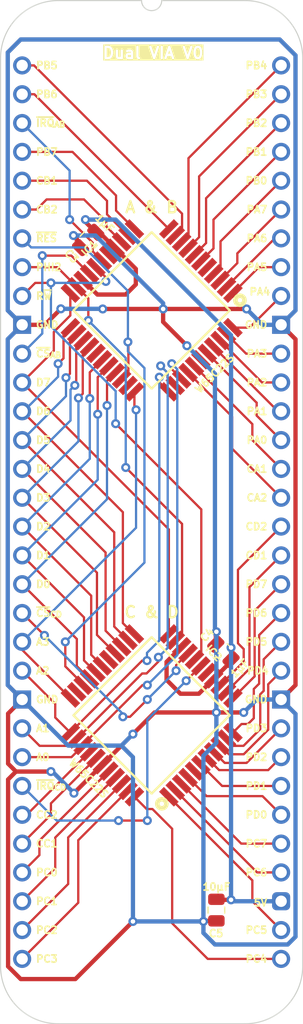
<source format=kicad_pcb>
(kicad_pcb (version 20241229) (generator "pcbnew") (generator_version "9.0")
  (title_block (title "VIA Breakout") (date "2025-02-21") (rev "V0"))
  (layers (0 "F.Cu" signal) (2 "B.Cu" signal) (15 "B.Paste" user) (5 "F.SilkS" user "F.Silkscreen") (7 "B.SilkS" user "B.Silkscreen") (1 "F.Mask" user) (3 "B.Mask" user) (25 "Edge.Cuts" user))
  (net 0 "")
  (net 9 "/5V")
  (net 10 "/GND")
  (net 11 "/PA5")
  (net 12 "/PA6")
  (net 13 "/PA7")
  (net 14 "/PB0")
  (net 15 "/PB1")
  (net 16 "/PB2")
  (net 17 "/PB3")
  (net 18 "/PB4")
  (net 19 "/PB5")
  (net 20 "/PB6")
  (net 21 "/PB7")
  (net 22 "/CB1")
  (net 23 "/CB2")
  (net 24 "/~{IRQ}_{AB}")
  (net 25 "/R~{W}")
  (net 26 "/PHI2")
  (net 27 "/D7")
  (net 28 "/D6")
  (net 29 "/D5")
  (net 30 "/D4")
  (net 31 "/D3")
  (net 32 "/D2")
  (net 33 "/D1")
  (net 34 "/D0")
  (net 35 "/~{Reset}")
  (net 36 "/A3")
  (net 37 "/A2")
  (net 38 "/A1")
  (net 39 "/A0")
  (net 40 "/CA2")
  (net 41 "/CA1")
  (net 42 "/PA0")
  (net 43 "/PA1")
  (net 44 "/PA2")
  (net 45 "/PA3")
  (net 46 "/PA4")
  (net 47 "/PC5")
  (net 48 "/PC6")
  (net 49 "/PC7")
  (net 50 "/PD0")
  (net 51 "/PD1")
  (net 52 "/PD2")
  (net 53 "/PD3")
  (net 54 "/PD4")
  (net 55 "/PD5")
  (net 56 "/PD6")
  (net 57 "/PD7")
  (net 58 "/CD1")
  (net 59 "/CD2")
  (net 60 "/~{IRQ}_{CD}")
  (net 61 "/CC2")
  (net 62 "/CC1")
  (net 63 "/PC0")
  (net 64 "/PC1")
  (net 65 "/PC2")
  (net 66 "/PC3")
  (net 67 "/PC4")
  (net 68 "/Device ~{CS}_{AB}")
  (net 69 "/Device ~{CS}_{CD}")
  (footprint "SamacSys_Parts:QFP80P1320X1320X270-44N" (layer "F.Cu") (at 11.43 57.277 135)
    (property "Reference" "IC2")
    (property "Value" "W65C22S6TQG-14" (hide yes))
  )
  (footprint "SamacSys_Parts:C_0805" (layer "F.Cu") (at 17.145 74.422 180)
    (property "Reference" "C5")
    (property "Value" "10μF")
  )
  (footprint "SamacSys_Parts:DIP-64_Board_W22.86mm" (layer "F.Cu") (at 0 0)
    (property "Reference" "J1" (hide yes))
    (property "Value" "Conn_02x32_Counter_Clockwise")
    (fp_line (start -1.905 -0.635) (end -1.905 79.375) (stroke (width 0.1)) (layer "Edge.Cuts"))
    (fp_line (start 10.541 -5.715) (end 3.175 -5.715) (stroke (width 0.1)) (layer "Edge.Cuts"))
    (fp_line (start 19.685 -5.715) (end 12.319 -5.715) (stroke (width 0.1)) (layer "Edge.Cuts"))
    (fp_line (start 19.685 84.455) (end 3.175 84.455) (stroke (width 0.1)) (layer "Edge.Cuts"))
    (fp_line (start 24.765 79.375) (end 24.765 -0.635) (stroke (width 0.1)) (layer "Edge.Cuts"))
    (fp_arc (start -1.905 -0.635) (mid -0.417102 -4.227102) (end 3.175 -5.715) (stroke (width 0.1)) (layer "Edge.Cuts"))
    (fp_arc (start 3.175 84.455) (mid -0.417102 82.967102) (end -1.905 79.375) (stroke (width 0.1)) (layer "Edge.Cuts"))
    (fp_arc (start 12.319 -5.715) (mid 11.43 -4.826) (end 10.541 -5.715) (stroke (width 0.1)) (layer "Edge.Cuts"))
    (fp_arc (start 19.685 -5.715) (mid 23.277102 -4.227102) (end 24.765 -0.635) (stroke (width 0.1)) (layer "Edge.Cuts"))
    (fp_arc (start 24.765 79.375) (mid 23.277102 82.967102) (end 19.685 84.455) (stroke (width 0.1)) (layer "Edge.Cuts"))
  )
  (footprint "SamacSys_Parts:QFP80P1320X1320X270-44N" (layer "F.Cu") (at 11.43 21.59 -135)
    (property "Reference" "IC1")
    (property "Value" "W65C22S6TQG-14" (hide yes))
  )
  (footprint "SamacSys_Parts:C_0805" (layer "F.Cu") (at 17.78 51.689 45)
    (property "Reference" "C4")
    (property "Value" "1μF")
  )
  (footprint "SamacSys_Parts:C_0805" (layer "F.Cu") (at 5.842 15.367 135)
    (property "Reference" "C3")
    (property "Value" "1μF")
  )
  (footprint "SamacSys_Parts:PinHeader_1x32_P2.54mm_Vertical" (layer "B.Cu") (at 22.86 0 180)
    (property "Reference" "J3" (hide yes))
    (property "Value" "Pin_Header_01x32")
  )
  (footprint "SamacSys_Parts:PinHeader_1x32_P2.54mm_Vertical" (layer "B.Cu") (at 0 0 180)
    (property "Reference" "J2" (hide yes))
    (property "Value" "Pin_Header_01x32")
  )
  (gr_text "PD6" (at 21.717 48.26 0) (layer "F.SilkS") (effects (font (size 0.635 0.635) (thickness 0.15) (bold yes)) (justify right)))
  (gr_text "PC1" (at 1.143 73.66 0) (layer "F.SilkS") (effects (font (size 0.635 0.635) (thickness 0.15) (bold yes)) (justify left)))
  (gr_text "CD1" (at 21.717 43.18 0) (layer "F.SilkS") (effects (font (size 0.635 0.635) (thickness 0.15) (bold yes)) (justify right)))
  (gr_text "CB2" (at 1.143 12.7 0) (layer "F.SilkS") (effects (font (size 0.635 0.635) (thickness 0.15) (bold yes)) (justify left)))
  (gr_text "D4" (at 1.143 35.56 0) (layer "F.SilkS") (effects (font (size 0.635 0.635) (thickness 0.15) (bold yes)) (justify left)))
  (gr_text "CB1" (at 1.143 10.16 0) (layer "F.SilkS") (effects (font (size 0.635 0.635) (thickness 0.15) (bold yes)) (justify left)))
  (gr_text "CC1" (at 1.143 68.58 0) (layer "F.SilkS") (effects (font (size 0.635 0.635) (thickness 0.15) (bold yes)) (justify left)))
  (gr_text "Dual VIA V0" (at 11.557 -0.508 0) (layer "F.SilkS" knockout) (effects (font (size 1 1) (thickness 0.2) (bold yes)) (justify bottom)))
  (gr_text "PA6" (at 21.717 15.24 0) (layer "F.SilkS") (effects (font (size 0.635 0.635) (thickness 0.15) (bold yes)) (justify right)))
  (gr_text "PD1" (at 21.717 63.5 0) (layer "F.SilkS") (effects (font (size 0.635 0.635) (thickness 0.15) (bold yes)) (justify right)))
  (gr_text "D7" (at 1.143 27.94 0) (layer "F.SilkS") (effects (font (size 0.635 0.635) (thickness 0.15) (bold yes)) (justify left)))
  (gr_text "PC0" (at 1.143 71.12 0) (layer "F.SilkS") (effects (font (size 0.635 0.635) (thickness 0.15) (bold yes)) (justify left)))
  (gr_text "R~{W}" (at 1.143 20.32 0) (layer "F.SilkS") (effects (font (size 0.635 0.635) (thickness 0.15) (bold yes)) (justify left)))
  (gr_text "PD7" (at 21.717 45.72 0) (layer "F.SilkS") (effects (font (size 0.635 0.635) (thickness 0.15) (bold yes)) (justify right)))
  (gr_text "C & D" (at 11.43 48.768 0) (layer "F.SilkS") (effects (font (size 1 1) (thickness 0.2) (bold yes)) (justify bottom)))
  (gr_text "GND" (at 1.143 22.86 0) (layer "F.SilkS") (effects (font (size 0.635 0.635) (thickness 0.15) (bold yes)) (justify left)))
  (gr_text "PB3" (at 21.717 2.54 0) (layer "F.SilkS") (effects (font (size 0.635 0.635) (thickness 0.15) (bold yes)) (justify right)))
  (gr_text "A0" (at 1.143 60.96 0) (layer "F.SilkS") (effects (font (size 0.635 0.635) (thickness 0.15) (bold yes)) (justify left)))
  (gr_text "PA0" (at 21.717 33.02 0) (layer "F.SilkS") (effects (font (size 0.635 0.635) (thickness 0.15) (bold yes)) (justify right)))
  (gr_text "PD3" (at 21.717 58.42 0) (layer "F.SilkS") (effects (font (size 0.635 0.635) (thickness 0.15) (bold yes)) (justify right)))
  (gr_text "~{CS}_{AB}" (at 1.143 25.4 0) (layer "F.SilkS") (effects (font (size 0.635 0.635) (thickness 0.15) (bold yes)) (justify left)))
  (gr_text "A & B" (at 11.43 13.081 0) (layer "F.SilkS") (effects (font (size 1 1) (thickness 0.2) (bold yes)) (justify bottom)))
  (gr_text "A2" (at 1.143 53.34 0) (layer "F.SilkS") (effects (font (size 0.635 0.635) (thickness 0.15) (bold yes)) (justify left)))
  (gr_text "A1" (at 1.143 58.42 0) (layer "F.SilkS") (effects (font (size 0.635 0.635) (thickness 0.15) (bold yes)) (justify left)))
  (gr_text "~{CS}_{CD}" (at 1.143 48.26 0) (layer "F.SilkS") (effects (font (size 0.635 0.635) (thickness 0.15) (bold yes)) (justify left)))
  (gr_text "D5" (at 1.143 33.02 0) (layer "F.SilkS") (effects (font (size 0.635 0.635) (thickness 0.15) (bold yes)) (justify left)))
  (gr_text "PA2" (at 21.717 27.94 0) (layer "F.SilkS") (effects (font (size 0.635 0.635) (thickness 0.15) (bold yes)) (justify right)))
  (gr_text "GND" (at 21.717 55.88 0) (layer "F.SilkS") (effects (font (size 0.635 0.635) (thickness 0.15) (bold yes)) (justify right)))
  (gr_text "CA2" (at 21.717 38.1 0) (layer "F.SilkS") (effects (font (size 0.635 0.635) (thickness 0.15) (bold yes)) (justify right)))
  (gr_text "CC2" (at 1.143 66.04 0) (layer "F.SilkS") (effects (font (size 0.635 0.635) (thickness 0.15) (bold yes)) (justify left)))
  (gr_text "PA3" (at 21.717 25.4 0) (layer "F.SilkS") (effects (font (size 0.635 0.635) (thickness 0.15) (bold yes)) (justify right)))
  (gr_text "GND" (at 1.143 55.88 0) (layer "F.SilkS") (effects (font (size 0.635 0.635) (thickness 0.15) (bold yes)) (justify left)))
  (gr_text "5V" (at 21.717 73.787 0) (layer "F.SilkS") (effects (font (size 0.635 0.635) (thickness 0.15) (bold yes)) (justify right)))
  (gr_text "PB0" (at 21.717 10.16 0) (layer "F.SilkS") (effects (font (size 0.635 0.635) (thickness 0.15) (bold yes)) (justify right)))
  (gr_text "PC4" (at 21.717 78.74 0) (layer "F.SilkS") (effects (font (size 0.635 0.635) (thickness 0.15) (bold yes)) (justify right)))
  (gr_text "PB5" (at 1.143 0 0) (layer "F.SilkS") (effects (font (size 0.635 0.635) (thickness 0.15) (bold yes)) (justify left)))
  (gr_text "GND" (at 21.717 22.86 0) (layer "F.SilkS") (effects (font (size 0.635 0.635) (thickness 0.15) (bold yes)) (justify right)))
  (gr_text "PD0" (at 21.717 66.04 0) (layer "F.SilkS") (effects (font (size 0.635 0.635) (thickness 0.15) (bold yes)) (justify right)))
  (gr_text "PB1" (at 21.717 7.62 0) (layer "F.SilkS") (effects (font (size 0.635 0.635) (thickness 0.15) (bold yes)) (justify right)))
  (gr_text "D6" (at 1.143 30.48 0) (layer "F.SilkS") (effects (font (size 0.635 0.635) (thickness 0.15) (bold yes)) (justify left)))
  (gr_text "PC2" (at 1.143 76.2 0) (layer "F.SilkS") (effects (font (size 0.635 0.635) (thickness 0.15) (bold yes)) (justify left)))
  (gr_text "PC6" (at 21.717 71.12 0) (layer "F.SilkS") (effects (font (size 0.635 0.635) (thickness 0.15) (bold yes)) (justify right)))
  (gr_text "~{RES}" (at 1.143 15.24 0) (layer "F.SilkS") (effects (font (size 0.635 0.635) (thickness 0.15) (bold yes)) (justify left)))
  (gr_text "PB7" (at 1.143 7.62 0) (layer "F.SilkS") (effects (font (size 0.635 0.635) (thickness 0.15) (bold yes)) (justify left)))
  (gr_text "~{IRQ}_{CD}" (at 1.143 63.5 0) (layer "F.SilkS") (effects (font (size 0.635 0.635) (thickness 0.15) (bold yes)) (justify left)))
  (gr_text "A3" (at 1.143 50.8 0) (layer "F.SilkS") (effects (font (size 0.635 0.635) (thickness 0.15) (bold yes)) (justify left)))
  (gr_text "CA1" (at 21.717 35.56 0) (layer "F.SilkS") (effects (font (size 0.635 0.635) (thickness 0.15) (bold yes)) (justify right)))
  (gr_text "PA4" (at 21.971 19.939 0) (layer "F.SilkS") (effects (font (size 0.635 0.635) (thickness 0.15) (bold yes)) (justify right)))
  (gr_text "PB6" (at 1.143 2.54 0) (layer "F.SilkS") (effects (font (size 0.635 0.635) (thickness 0.15) (bold yes)) (justify left)))
  (gr_text "PD2" (at 21.717 60.96 0) (layer "F.SilkS") (effects (font (size 0.635 0.635) (thickness 0.15) (bold yes)) (justify right)))
  (gr_text "PA1" (at 21.717 30.48 0) (layer "F.SilkS") (effects (font (size 0.635 0.635) (thickness 0.15) (bold yes)) (justify right)))
  (gr_text "D2" (at 1.143 40.64 0) (layer "F.SilkS") (effects (font (size 0.635 0.635) (thickness 0.15) (bold yes)) (justify left)))
  (gr_text "D1" (at 1.143 43.18 0) (layer "F.SilkS") (effects (font (size 0.635 0.635) (thickness 0.15) (bold yes)) (justify left)))
  (gr_text "PD5" (at 21.717 50.8 0) (layer "F.SilkS") (effects (font (size 0.635 0.635) (thickness 0.15) (bold yes)) (justify right)))
  (gr_text "PB4" (at 21.717 0 0) (layer "F.SilkS") (effects (font (size 0.635 0.635) (thickness 0.15) (bold yes)) (justify right)))
  (gr_text "D0" (at 1.143 45.72 0) (layer "F.SilkS") (effects (font (size 0.635 0.635) (thickness 0.15) (bold yes)) (justify left)))
  (gr_text "CD2" (at 21.717 40.64 0) (layer "F.SilkS") (effects (font (size 0.635 0.635) (thickness 0.15) (bold yes)) (justify right)))
  (gr_text "PC7" (at 21.717 68.58 0) (layer "F.SilkS") (effects (font (size 0.635 0.635) (thickness 0.15) (bold yes)) (justify right)))
  (gr_text "PA5" (at 21.717 17.78 0) (layer "F.SilkS") (effects (font (size 0.635 0.635) (thickness 0.15) (bold yes)) (justify right)))
  (gr_text "PD4" (at 21.844 53.34 0) (layer "F.SilkS") (effects (font (size 0.635 0.635) (thickness 0.15) (bold yes)) (justify right)))
  (gr_text "~{IRQ}_{AB}" (at 1.143 5.08 0) (layer "F.SilkS") (effects (font (size 0.635 0.635) (thickness 0.15) (bold yes)) (justify left)))
  (gr_text "PA7" (at 21.717 12.7 0) (layer "F.SilkS") (effects (font (size 0.635 0.635) (thickness 0.15) (bold yes)) (justify right)))
  (gr_text "PHI2" (at 1.143 17.78 0) (layer "F.SilkS") (effects (font (size 0.635 0.635) (thickness 0.15) (bold yes)) (justify left)))
  (gr_text "D3" (at 1.143 38.1 0) (layer "F.SilkS") (effects (font (size 0.635 0.635) (thickness 0.15) (bold yes)) (justify left)))
  (gr_text "PC3" (at 1.143 78.74 0) (layer "F.SilkS") (effects (font (size 0.635 0.635) (thickness 0.15) (bold yes)) (justify left)))
  (gr_text "PB2" (at 21.717 5.08 0) (layer "F.SilkS") (effects (font (size 0.635 0.635) (thickness 0.15) (bold yes)) (justify right)))
  (gr_text "PC5" (at 21.717 76.2 0) (layer "F.SilkS") (effects (font (size 0.635 0.635) (thickness 0.15) (bold yes)) (justify right)))
  (segment (start 9.144 20.193) (end 10.033 19.304) (width 0.38) (layer "F.Cu") (net 9))
  (segment (start 12.749 54.151) (end 13.97 55.372) (width 0.38) (layer "F.Cu") (net 9))
  (segment (start 5.384237 18.93835) (end 6.638887 20.193) (width 0.38) (layer "F.Cu") (net 9))
  (segment (start 17.190002 73.533002) (end 18.44044 73.533002) (width 0.38) (layer "F.Cu") (net 9))
  (segment (start 10.033 19.304) (end 10.033 17.930258) (width 0.38) (layer "F.Cu") (net 9))
  (segment (start 6.638887 20.193) (end 9.144 20.193) (width 0.38) (layer "F.Cu") (net 9))
  (segment (start 5.588 13.589) (end 5.588 13.792124) (width 0.38) (layer "F.Cu") (net 9))
  (segment (start 13.97 55.372) (end 15.597742 55.372) (width 0.38) (layer "F.Cu") (net 9))
  (segment (start 12.749 52.563887) (end 12.749 54.151) (width 0.38) (layer "F.Cu") (net 9))
  (segment (start 5.588 13.792124) (end 6.502438 14.706562) (width 0.38) (layer "F.Cu") (net 9))
  (segment (start 6.809304 14.706562) (end 7.802542 15.6998) (width 0.38) (layer "F.Cu") (net 9))
  (segment (start 15.597742 55.372) (end 16.910078 54.059664) (width 0.38) (layer "F.Cu") (net 9))
  (segment (start 18.440438 52.349438) (end 18.440438 51.308) (width 0.38) (layer "F.Cu") (net 9))
  (segment (start 16.910078 54.059664) (end 18.440438 52.529304) (width 0.38) (layer "F.Cu") (net 9))
  (segment (start 14.08165 51.231237) (end 12.749 52.563887) (width 0.38) (layer "F.Cu") (net 9))
  (segment (start 10.033 17.930258) (end 8.212664 16.109922) (width 0.38) (layer "F.Cu") (net 9))
  (via (at 5.588 13.589) (size 0.8) (drill 0.4) (layers "F.Cu" "B.Cu") (net 9))
  (via (at 18.44044 73.533002) (size 0.8) (drill 0.4) (layers "F.Cu" "B.Cu") (net 9))
  (via (at 18.440438 51.308) (size 0.8) (drill 0.4) (layers "F.Cu" "B.Cu") (net 9))
  (segment (start 18.440438 73.533) (end 18.44044 73.533002) (width 0.38) (layer "B.Cu") (net 9))
  (segment (start 22.86 73.66) (end 18.567438 73.66) (width 0.38) (layer "B.Cu") (net 9))
  (segment (start 18.440438 51.308) (end 18.440438 73.533) (width 0.38) (layer "B.Cu") (net 9))
  (segment (start 18.440438 51.308) (end 18.440438 23.774438) (width 0.38) (layer "B.Cu") (net 9))
  (segment (start 18.567438 73.66) (end 18.44044 73.533002) (width 0.38) (layer "B.Cu") (net 9))
  (segment (start 18.440438 23.774438) (end 8.255 13.589) (width 0.38) (layer "B.Cu") (net 9))
  (segment (start 8.255 13.589) (end 5.588 13.589) (width 0.38) (layer "B.Cu") (net 9))
  (segment (start -1.27 21.59) (end -1.27 -1.143) (width 0.38) (layer "F.Cu") (net 10))
  (segment (start 24.13 21.59) (end 22.86 22.86) (width 0.38) (layer "F.Cu") (net 10))
  (segment (start 9.779006 58.927994) (end 11.684002 57.022998) (width 0.38) (layer "F.Cu") (net 10))
  (segment (start 0 22.86) (end -1.27 21.59) (width 0.38) (layer "F.Cu") (net 10))
  (segment (start 24.13 24.13) (end 24.13 54.61) (width 0.38) (layer "F.Cu") (net 10))
  (segment (start 4.699 80.518) (end 9.779 75.438) (width 0.38) (layer "F.Cu") (net 10))
  (segment (start 22.86 22.86) (end 24.13 24.13) (width 0.38) (layer "F.Cu") (net 10))
  (segment (start 12.446 21.463) (end 12.446006 21.463006) (width 0.38) (layer "F.Cu") (net 10))
  (segment (start -1.27 -1.143) (end -0.127 -2.286) (width 0.38) (layer "F.Cu") (net 10))
  (segment (start -1.24 57.12) (end -1.24 61.533625) (width 0.38) (layer "F.Cu") (net 10))
  (segment (start 14.541503 24.701503) (end 12.446 22.606) (width 0.38) (layer "F.Cu") (net 10))
  (segment (start 7.081293 61.625707) (end 9.779006 58.927994) (width 0.38) (layer "F.Cu") (net 10))
  (segment (start 17.096935 49.959065) (end 17.145 49.911) (width 0.38) (layer "F.Cu") (net 10))
  (segment (start 0 22.86) (end -1.27 24.13) (width 0.38) (layer "F.Cu") (net 10))
  (segment (start -0.543625 62.23) (end -1.24 62.926375) (width 0.38) (layer "F.Cu") (net 10))
  (segment (start -1.27 54.61) (end 0 55.88) (width 0.38) (layer "F.Cu") (net 10))
  (segment (start 12.446006 21.463006) (end 19.812 21.463006) (width 0.38) (layer "F.Cu") (net 10))
  (segment (start -1.24 61.533625) (end -0.543625 62.23) (width 0.38) (layer "F.Cu") (net 10))
  (segment (start 19.558 57.023) (end 17.144996 57.023) (width 0.38) (layer "F.Cu") (net 10))
  (segment (start -0.543625 62.23) (end 2.54 62.23) (width 0.38) (layer "F.Cu") (net 10))
  (segment (start -1.27 24.13) (end -1.27 54.61) (width 0.38) (layer "F.Cu") (net 10))
  (segment (start -0.127 80.518) (end 4.699 80.518) (width 0.38) (layer "F.Cu") (net 10))
  (segment (start 17.144994 57.022998) (end 17.144996 57.023) (width 0.38) (layer "F.Cu") (net 10))
  (segment (start -1.24 62.926375) (end -1.24 79.405) (width 0.38) (layer "F.Cu") (net 10))
  (segment (start 4.826 15.71713) (end 4.826 15.284661) (width 0.38) (layer "F.Cu") (net 10))
  (segment (start 4.826 15.284661) (end 4.530817 14.989478) (width 0.38) (layer "F.Cu") (net 10))
  (segment (start 17.145 75.388) (end 16.052008 75.388) (width 0.38) (layer "F.Cu") (net 10))
  (segment (start 11.684002 57.022998) (end 17.144994 57.022998) (width 0.38) (layer "F.Cu") (net 10))
  (segment (start 2.00595 22.86) (end 3.415975 21.449975) (width 0.38) (layer "F.Cu") (net 10))
  (segment (start 24.13 54.61) (end 22.86 55.88) (width 0.38) (layer "F.Cu") (net 10))
  (segment (start 0 55.88) (end -1.24 57.12) (width 0.38) (layer "F.Cu") (net 10))
  (segment (start 16.052008 75.388) (end 16.002 75.438008) (width 0.38) (layer "F.Cu") (net 10))
  (segment (start 17.096935 51.005935) (end 17.096935 49.959065) (width 0.38) (layer "F.Cu") (net 10))
  (segment (start -1.24 79.405) (end -0.127 80.518) (width 0.38) (layer "F.Cu") (net 10))
  (segment (start -0.127 -2.286) (end 22.733 -2.286) (width 0.38) (layer "F.Cu") (net 10))
  (segment (start 4.572 64.135) (end 7.081293 61.625707) (width 0.38) (layer "F.Cu") (net 10))
  (segment (start 7.112 21.463) (end 12.446 21.463) (width 0.38) (layer "F.Cu") (net 10))
  (segment (start 22.733 -2.286) (end 24.13 -0.889) (width 0.38) (layer "F.Cu") (net 10))
  (segment (start 12.446 22.606) (end 12.446 21.463) (width 0.38) (layer "F.Cu") (net 10))
  (segment (start 0 22.86) (end 2.00595 22.86) (width 0.38) (layer "F.Cu") (net 10))
  (segment (start 24.13 -0.889) (end 24.13 21.59) (width 0.38) (layer "F.Cu") (net 10))
  (segment (start 15.778707 25.938707) (end 14.541503 24.701503) (width 0.38) (layer "F.Cu") (net 10))
  (via (at 12.446 21.463) (size 0.8) (drill 0.4) (layers "F.Cu" "B.Cu") (net 10))
  (via (at 7.112 21.463) (size 0.8) (drill 0.4) (layers "F.Cu" "B.Cu") (net 10))
  (via (at 19.558 57.023) (size 0.8) (drill 0.4) (layers "F.Cu" "B.Cu") (net 10))
  (via (at 2.54 62.23) (size 0.8) (drill 0.4) (layers "F.Cu" "B.Cu") (net 10))
  (via (at 4.530817 14.989478) (size 0.8) (drill 0.4) (layers "F.Cu" "B.Cu") (net 10))
  (via (at 9.779006 58.927994) (size 0.8) (drill 0.4) (layers "F.Cu" "B.Cu") (net 10))
  (via (at 9.779 75.438) (size 0.8) (drill 0.4) (layers "F.Cu" "B.Cu") (net 10))
  (via (at 19.812 21.463006) (size 0.8) (drill 0.4) (layers "F.Cu" "B.Cu") (net 10))
  (via (at 4.572 64.135) (size 0.8) (drill 0.4) (layers "F.Cu" "B.Cu") (net 10))
  (via (at 3.415975 21.449975) (size 0.8) (drill 0.4) (layers "F.Cu" "B.Cu") (net 10))
  (via (at 14.541503 24.701503) (size 0.8) (drill 0.4) (layers "F.Cu" "B.Cu") (net 10))
  (via (at 17.145 49.911) (size 0.8) (drill 0.4) (layers "F.Cu" "B.Cu") (net 10))
  (via (at 16.002 75.438008) (size 0.8) (drill 0.4) (layers "F.Cu" "B.Cu") (net 10))
  (via (at 17.144996 57.023) (size 0.8) (drill 0.4) (layers "F.Cu" "B.Cu") (net 10))
  (segment (start 0 22.86) (end -1.27 21.59) (width 0.38) (layer "B.Cu") (net 10))
  (segment (start 16.001992 75.438) (end 9.779 75.438) (width 0.38) (layer "B.Cu") (net 10))
  (segment (start 6.480478 14.989478) (end 4.530817 14.989478) (width 0.38) (layer "B.Cu") (net 10))
  (segment (start -1.27 -1.143) (end -0.127 -2.286) (width 0.38) (layer "B.Cu") (net 10))
  (segment (start 8.762996 59.944004) (end 9.779006 58.927994) (width 0.38) (layer "B.Cu") (net 10))
  (segment (start 0 55.88) (end 4.064004 59.944004) (width 0.38) (layer "B.Cu") (net 10))
  (segment (start 3.415975 21.449975) (end 7.098975 21.449975) (width 0.38) (layer "B.Cu") (net 10))
  (segment (start 2.54 62.23) (end 2.667 62.23) (width 0.38) (layer "B.Cu") (net 10))
  (segment (start 22.86 55.88) (end 24.13 57.15) (width 0.38) (layer "B.Cu") (net 10))
  (segment (start 23.447458 77.47) (end 17.018 77.47) (width 0.38) (layer "B.Cu") (net 10))
  (segment (start 2.667 62.23) (end 4.572 64.135) (width 0.38) (layer "B.Cu") (net 10))
  (segment (start 16.002 75.438008) (end 16.001992 75.438) (width 0.38) (layer "B.Cu") (net 10))
  (segment (start 21.208994 22.86) (end 19.812 21.463006) (width 0.38) (layer "B.Cu") (net 10))
  (segment (start 24.13 57.15) (end 24.13 76.787458) (width 0.38) (layer "B.Cu") (net 10))
  (segment (start 17.144996 57.023) (end 17.144996 59.690004) (width 0.38) (layer "B.Cu") (net 10))
  (segment (start 17.018 49.784) (end 17.018 27.178) (width 0.38) (layer "B.Cu") (net 10))
  (segment (start 16.002 60.833) (end 16.002 75.438008) (width 0.38) (layer "B.Cu") (net 10))
  (segment (start -1.27 21.59) (end -1.27 -1.143) (width 0.38) (layer "B.Cu") (net 10))
  (segment (start 17.145 49.911) (end 17.018 49.784) (width 0.38) (layer "B.Cu") (net 10))
  (segment (start 16.002 76.454) (end 16.002 75.438008) (width 0.38) (layer "B.Cu") (net 10))
  (segment (start 20.701 55.88) (end 19.558 57.023) (width 0.38) (layer "B.Cu") (net 10))
  (segment (start 17.144996 59.690004) (end 16.002 60.833) (width 0.38) (layer "B.Cu") (net 10))
  (segment (start 9.779 60.960008) (end 9.779 75.438) (width 0.38) (layer "B.Cu") (net 10))
  (segment (start 24.13 -0.889) (end 24.13 21.59) (width 0.38) (layer "B.Cu") (net 10))
  (segment (start 22.733 -2.286) (end 24.13 -0.889) (width 0.38) (layer "B.Cu") (net 10))
  (segment (start -0.127 -2.286) (end 22.733 -2.286) (width 0.38) (layer "B.Cu") (net 10))
  (segment (start 12.446 21.463) (end 12.446 20.955) (width 0.38) (layer "B.Cu") (net 10))
  (segment (start -1.27 24.13) (end -1.27 54.61) (width 0.38) (layer "B.Cu") (net 10))
  (segment (start 4.064004 59.944004) (end 8.762996 59.944004) (width 0.38) (layer "B.Cu") (net 10))
  (segment (start 22.86 55.88) (end 20.701 55.88) (width 0.38) (layer "B.Cu") (net 10))
  (segment (start 17.018 27.178) (end 14.541503 24.701503) (width 0.38) (layer "B.Cu") (net 10))
  (segment (start 17.145 57.022996) (end 17.144996 57.023) (width 0.38) (layer "B.Cu") (net 10))
  (segment (start 17.018 77.47) (end 16.002 76.454) (width 0.38) (layer "B.Cu") (net 10))
  (segment (start 8.762996 59.944004) (end 9.779 60.960008) (width 0.38) (layer "B.Cu") (net 10))
  (segment (start 24.13 21.59) (end 22.86 22.86) (width 0.38) (layer "B.Cu") (net 10))
  (segment (start 0 22.86) (end -1.27 24.13) (width 0.38) (layer "B.Cu") (net 10))
  (segment (start 22.86 22.86) (end 21.208994 22.86) (width 0.38) (layer "B.Cu") (net 10))
  (segment (start 12.446 20.955) (end 6.480478 14.989478) (width 0.38) (layer "B.Cu") (net 10))
  (segment (start -1.27 54.61) (end 0 55.88) (width 0.38) (layer "B.Cu") (net 10))
  (segment (start 17.145 49.911) (end 17.145 57.022996) (width 0.38) (layer "B.Cu") (net 10))
  (segment (start 7.098975 21.449975) (end 7.112 21.463) (width 0.38) (layer "B.Cu") (net 10))
  (segment (start 24.13 76.787458) (end 23.447458 77.47) (width 0.38) (layer "B.Cu") (net 10))
  (segment (start 20.896854 17.78) (end 18.607134 20.06972) (width 0.2) (layer "F.Cu") (net 11))
  (segment (start 22.86 17.78) (end 20.896854 17.78) (width 0.2) (layer "F.Cu") (net 11))
  (segment (start 22.305483 15.24) (end 18.041448 19.504035) (width 0.2) (layer "F.Cu") (net 12))
  (segment (start 18.994412 16.565588) (end 18.994412 17.419701) (width 0.2) (layer "F.Cu") (net 13))
  (segment (start 18.994412 17.419701) (end 17.475763 18.93835) (width 0.2) (layer "F.Cu") (net 13))
  (segment (start 22.86 12.7) (end 18.994412 16.565588) (width 0.2) (layer "F.Cu") (net 13))
  (segment (start 17.510598 17.772144) (end 16.910078 18.372664) (width 0.2) (layer "F.Cu") (net 14))
  (segment (start 17.510598 15.509402) (end 17.510598 17.772144) (width 0.2) (layer "F.Cu") (net 14))
  (segment (start 22.86 10.16) (end 17.510598 15.509402) (width 0.2) (layer "F.Cu") (net 14))
  (segment (start 16.891 13.589) (end 16.891 16.129) (width 0.2) (layer "F.Cu") (net 15))
  (segment (start 22.86 7.62) (end 16.891 13.589) (width 0.2) (layer "F.Cu") (net 15))
  (segment (start 16.891 16.129) (end 15.778707 17.241293) (width 0.2) (layer "F.Cu") (net 15))
  (segment (start 16.237 11.703) (end 16.237 15.651629) (width 0.2) (layer "F.Cu") (net 16))
  (segment (start 16.237 15.651629) (end 15.213021 16.675608) (width 0.2) (layer "F.Cu") (net 16))
  (segment (start 22.86 5.08) (end 16.237 11.703) (width 0.2) (layer "F.Cu") (net 16))
  (segment (start 15.621 9.779) (end 15.621 15.136258) (width 0.2) (layer "F.Cu") (net 17))
  (segment (start 22.86 2.54) (end 15.621 9.779) (width 0.2) (layer "F.Cu") (net 17))
  (segment (start 15.621 15.136258) (end 14.647336 16.109922) (width 0.2) (layer "F.Cu") (net 17))
  (segment (start 14.682171 8.177829) (end 14.682171 14.943716) (width 0.2) (layer "F.Cu") (net 18))
  (segment (start 22.86 0) (end 14.682171 8.177829) (width 0.2) (layer "F.Cu") (net 18))
  (segment (start 14.682171 14.943716) (end 14.08165 15.544237) (width 0.2) (layer "F.Cu") (net 18))
  (segment (start 14.116486 14.378031) (end 13.515965 14.978552) (width 0.2) (layer "F.Cu") (net 19))
  (segment (start 14.116486 13.066486) (end 14.116486 14.378031) (width 0.2) (layer "F.Cu") (net 19))
  (segment (start 1.05 0) (end 14.116486 13.066486) (width 0.2) (layer "F.Cu") (net 19))
  (segment (start 0 0) (end 1.05 0) (width 0.2) (layer "F.Cu") (net 19))
  (segment (start 0 2.54) (end 1.077414 2.54) (width 0.2) (layer "F.Cu") (net 20))
  (segment (start 1.077414 2.54) (end 12.95028 14.412866) (width 0.2) (layer "F.Cu") (net 20))
  (segment (start 8.289427 12.792573) (end 9.90972 14.412866) (width 0.2) (layer "F.Cu") (net 21))
  (segment (start 0 7.62) (end 4.445 7.62) (width 0.2) (layer "F.Cu") (net 21))
  (segment (start 4.445 7.62) (end 8.289427 11.464427) (width 0.2) (layer "F.Cu") (net 21))
  (segment (start 8.289427 11.464427) (end 8.289427 12.792573) (width 0.2) (layer "F.Cu") (net 21))
  (segment (start 7.493 13.127517) (end 7.493 11.938) (width 0.2) (layer "F.Cu") (net 22))
  (segment (start 7.493 11.938) (end 5.715 10.16) (width 0.2) (layer "F.Cu") (net 22))
  (segment (start 9.344035 14.978552) (end 7.493 13.127517) (width 0.2) (layer "F.Cu") (net 22))
  (segment (start 5.715 10.16) (end 0 10.16) (width 0.2) (layer "F.Cu") (net 22))
  (segment (start 8.77835 15.544237) (end 7.4295 14.195387) (width 0.2) (layer "F.Cu") (net 23))
  (segment (start 7.4295 14.195387) (end 7.4295 13.7795) (width 0.2) (layer "F.Cu") (net 23))
  (segment (start 5.461 11.811) (end 2.159 11.811) (width 0.2) (layer "F.Cu") (net 23))
  (segment (start 2.159 11.811) (end 1.27 12.7) (width 0.2) (layer "F.Cu") (net 23))
  (segment (start 1.27 12.7) (end 0 12.7) (width 0.2) (layer "F.Cu") (net 23))
  (segment (start 7.4295 13.7795) (end 5.461 11.811) (width 0.2) (layer "F.Cu") (net 23))
  (segment (start 6.226485 15.624481) (end 4.191004 13.589) (width 0.2) (layer "F.Cu") (net 24))
  (segment (start 6.226485 16.386485) (end 6.226485 15.624481) (width 0.2) (layer "F.Cu") (net 24))
  (segment (start 7.081293 17.241293) (end 6.226485 16.386485) (width 0.2) (layer "F.Cu") (net 24))
  (via (at 4.191004 13.589) (size 0.8) (drill 0.4) (layers "F.Cu" "B.Cu") (net 24))
  (segment (start 4.191004 9.271004) (end 4.191004 13.589) (width 0.2) (layer "B.Cu") (net 24))
  (segment (start 0 5.08) (end 4.191004 9.271004) (width 0.2) (layer "B.Cu") (net 24))
  (segment (start 7.39 18.681371) (end 7.39 19.036026) (width 0.2) (layer "F.Cu") (net 25))
  (segment (start 2.54 19.163975) (end 1.156025 19.163975) (width 0.2) (layer "F.Cu") (net 25))
  (segment (start 15.813542 39.129855) (end 8.254999 31.571312) (width 0.2) (layer "F.Cu") (net 25))
  (segment (start 1.156025 19.163975) (end 0 20.32) (width 0.2) (layer "F.Cu") (net 25))
  (segment (start 15.213021 52.362608) (end 15.813542 51.762087) (width 0.2) (layer "F.Cu") (net 25))
  (segment (start 6.515608 17.806979) (end 7.39 18.681371) (width 0.2) (layer "F.Cu") (net 25))
  (segment (start 15.813542 51.762087) (end 15.813542 39.129855) (width 0.2) (layer "F.Cu") (net 25))
  (via (at 8.254999 31.571312) (size 0.8) (drill 0.4) (layers "F.Cu" "B.Cu") (net 25))
  (via (at 2.54 19.163975) (size 0.8) (drill 0.4) (layers "F.Cu" "B.Cu") (net 25))
  (via (at 7.39 19.036026) (size 0.8) (drill 0.4) (layers "F.Cu" "B.Cu") (net 25))
  (segment (start 8.254999 28.701999) (end 8.254999 31.571312) (width 0.2) (layer "B.Cu") (net 25))
  (segment (start 7.262051 19.163975) (end 7.39 19.036026) (width 0.2) (layer "B.Cu") (net 25))
  (segment (start 2.54 19.163975) (end 2.54 22.987) (width 0.2) (layer "B.Cu") (net 25))
  (segment (start 2.54 19.163975) (end 7.262051 19.163975) (width 0.2) (layer "B.Cu") (net 25))
  (segment (start 2.54 22.987) (end 8.254999 28.701999) (width 0.2) (layer "B.Cu") (net 25))
  (segment (start 3.094517 17.78) (end 4.818552 19.504035) (width 0.2) (layer "F.Cu") (net 26))
  (segment (start 4.818552 19.504035) (end 5.842 20.527483) (width 0.2) (layer "F.Cu") (net 26))
  (segment (start 0 17.78) (end 3.094517 17.78) (width 0.2) (layer "F.Cu") (net 26))
  (segment (start 13.515965 50.665552) (end 14.116486 50.065031) (width 0.2) (layer "F.Cu") (net 26))
  (segment (start 14.116486 50.065031) (end 14.116486 40.405482) (width 0.2) (layer "F.Cu") (net 26))
  (segment (start 5.842 20.527483) (end 5.842 22.479) (width 0.2) (layer "F.Cu") (net 26))
  (segment (start 14.116486 40.405482) (end 9.144004 35.433) (width 0.2) (layer "F.Cu") (net 26))
  (via (at 5.842 22.479) (size 0.8) (drill 0.4) (layers "F.Cu" "B.Cu") (net 26))
  (via (at 9.144004 35.433) (size 0.8) (drill 0.4) (layers "F.Cu" "B.Cu") (net 26))
  (segment (start 5.842 22.479) (end 9.144004 25.781004) (width 0.2) (layer "B.Cu") (net 26))
  (segment (start 9.144004 25.781004) (end 9.144004 35.433) (width 0.2) (layer "B.Cu") (net 26))
  (segment (start 0 27.94) (end 2.794 25.146) (width 0.2) (layer "F.Cu") (net 27))
  (segment (start 12.95028 40.89028) (end 0 27.94) (width 0.2) (layer "F.Cu") (net 27))
  (segment (start 4.252866 22.036134) (end 4.252866 20.06972) (width 0.2) (layer "F.Cu") (net 27))
  (segment (start 2.794 25.146) (end 2.794 23.495) (width 0.2) (layer "F.Cu") (net 27))
  (segment (start 2.794 23.495) (end 4.252866 22.036134) (width 0.2) (layer "F.Cu") (net 27))
  (segment (start 12.95028 50.099866) (end 12.95028 40.89028) (width 0.2) (layer "F.Cu") (net 27))
  (segment (start 0 30.48) (end 8.89 39.37) (width 0.2) (layer "F.Cu") (net 28))
  (segment (start 8.89 39.37) (end 8.89 49.149) (width 0.2) (layer "F.Cu") (net 28))
  (segment (start 4.252866 23.11028) (end 3.652346 23.7108) (width 0.2) (layer "F.Cu") (net 28))
  (segment (start 3.652346 23.7108) (end 3.652346 25.811654) (width 0.2) (layer "F.Cu") (net 28))
  (segment (start 3.652346 25.811654) (end 3.175 26.289) (width 0.2) (layer "F.Cu") (net 28))
  (segment (start 8.89 49.149) (end 9.840866 50.099866) (width 0.2) (layer "F.Cu") (net 28))
  (via (at 3.175 26.289) (size 0.8) (drill 0.4) (layers "F.Cu" "B.Cu") (net 28))
  (segment (start 3.175 27.432) (end 3.175 26.289) (width 0.2) (layer "B.Cu") (net 28))
  (segment (start 0.127 30.48) (end 3.175 27.432) (width 0.2) (layer "B.Cu") (net 28))
  (segment (start 4.818552 23.675965) (end 4.218031 24.276486) (width 0.2) (layer "F.Cu") (net 29))
  (segment (start 8.128 49.449517) (end 9.344035 50.665552) (width 0.2) (layer "F.Cu") (net 29))
  (segment (start 4.218031 24.276486) (end 4.218031 27.171311) (width 0.2) (layer "F.Cu") (net 29))
  (segment (start 4.218031 27.171311) (end 3.869462 27.51988) (width 0.2) (layer "F.Cu") (net 29))
  (segment (start 0 33.02) (end 8.128 41.148) (width 0.2) (layer "F.Cu") (net 29))
  (segment (start 8.128 41.148) (end 8.128 49.449517) (width 0.2) (layer "F.Cu") (net 29))
  (via (at 3.869462 27.51988) (size 0.8) (drill 0.4) (layers "F.Cu" "B.Cu") (net 29))
  (segment (start 3.869462 29.150538) (end 3.869462 27.51988) (width 0.2) (layer "B.Cu") (net 29))
  (segment (start 0 33.02) (end 3.869462 29.150538) (width 0.2) (layer "B.Cu") (net 29))
  (segment (start 4.773713 24.852174) (end 4.773713 28.069689) (width 0.2) (layer "F.Cu") (net 30))
  (segment (start 7.366 49.818887) (end 8.77835 51.231237) (width 0.2) (layer "F.Cu") (net 30))
  (segment (start 7.366 42.926) (end 7.366 49.818887) (width 0.2) (layer "F.Cu") (net 30))
  (segment (start 4.773713 28.069689) (end 4.649402 28.194) (width 0.2) (layer "F.Cu") (net 30))
  (segment (start 0 35.56) (end 7.366 42.926) (width 0.2) (layer "F.Cu") (net 30))
  (segment (start 5.384237 24.24165) (end 4.773713 24.852174) (width 0.2) (layer "F.Cu") (net 30))
  (via (at 4.649402 28.194) (size 0.8) (drill 0.4) (layers "F.Cu" "B.Cu") (net 30))
  (segment (start 0 35.56) (end 4.269462 31.290538) (width 0.2) (layer "B.Cu") (net 30))
  (segment (start 4.269462 28.57394) (end 4.649402 28.194) (width 0.2) (layer "B.Cu") (net 30))
  (segment (start 4.269462 31.290538) (end 4.269462 28.57394) (width 0.2) (layer "B.Cu") (net 30))
  (segment (start 5.349402 28.930625) (end 4.97002 29.310007) (width 0.2) (layer "F.Cu") (net 31))
  (segment (start 6.604 50.188258) (end 8.212664 51.796922) (width 0.2) (layer "F.Cu") (net 31))
  (segment (start 5.349402 25.407856) (end 5.349402 28.930625) (width 0.2) (layer "F.Cu") (net 31))
  (segment (start 0 38.1) (end 6.604 44.704) (width 0.2) (layer "F.Cu") (net 31))
  (segment (start 5.949922 24.807336) (end 5.349402 25.407856) (width 0.2) (layer "F.Cu") (net 31))
  (segment (start 6.604 44.704) (end 6.604 50.188258) (width 0.2) (layer "F.Cu") (net 31))
  (via (at 4.97002 29.310007) (size 0.8) (drill 0.4) (layers "F.Cu" "B.Cu") (net 31))
  (segment (start 4.97002 33.12998) (end 4.97002 29.310007) (width 0.2) (layer "B.Cu") (net 31))
  (segment (start 0 38.1) (end 4.97002 33.12998) (width 0.2) (layer "B.Cu") (net 31))
  (segment (start 6.096 51.943) (end 7.081293 52.928293) (width 0.2) (layer "F.Cu") (net 32))
  (segment (start 7.081293 25.938707) (end 5.969 27.051) (width 0.2) (layer "F.Cu") (net 32))
  (segment (start 0 40.64) (end 6.096 46.736) (width 0.2) (layer "F.Cu") (net 32))
  (segment (start 6.096 46.736) (end 6.096 51.943) (width 0.2) (layer "F.Cu") (net 32))
  (segment (start 5.969 27.051) (end 5.969 29.355212) (width 0.2) (layer "F.Cu") (net 32))
  (via (at 5.969 29.355212) (size 0.8) (drill 0.4) (layers "F.Cu" "B.Cu") (net 32))
  (segment (start 5.969 34.671) (end 5.969 29.355212) (width 0.2) (layer "B.Cu") (net 32))
  (segment (start 0 40.64) (end 5.969 34.671) (width 0.2) (layer "B.Cu") (net 32))
  (segment (start 6.669 27.482371) (end 6.669 30.737117) (width 0.2) (layer "F.Cu") (net 33))
  (segment (start 0 43.18) (end 5.461 48.641) (width 0.2) (layer "F.Cu") (net 33))
  (segment (start 5.461 48.641) (end 5.461 52.439371) (width 0.2) (layer "F.Cu") (net 33))
  (segment (start 5.461 52.439371) (end 6.515608 53.493979) (width 0.2) (layer "F.Cu") (net 33))
  (segment (start 7.646979 26.504392) (end 6.669 27.482371) (width 0.2) (layer "F.Cu") (net 33))
  (via (at 6.669 30.737117) (size 0.8) (drill 0.4) (layers "F.Cu" "B.Cu") (net 33))
  (segment (start 6.669 36.511) (end 6.669 30.737117) (width 0.2) (layer "B.Cu") (net 33))
  (segment (start 0 43.18) (end 6.669 36.511) (width 0.2) (layer "B.Cu") (net 33))
  (segment (start 8.212664 27.070078) (end 7.493 27.789742) (width 0.2) (layer "F.Cu") (net 34))
  (segment (start 4.826 50.546) (end 0 45.72) (width 0.2) (layer "F.Cu") (net 34))
  (segment (start 7.493 27.789742) (end 7.493 29.972) (width 0.2) (layer "F.Cu") (net 34))
  (segment (start 4.826 52.935742) (end 4.826 50.546) (width 0.2) (layer "F.Cu") (net 34))
  (segment (start 5.949922 54.059664) (end 4.826 52.935742) (width 0.2) (layer "F.Cu") (net 34))
  (via (at 7.493 29.972) (size 0.8) (drill 0.4) (layers "F.Cu" "B.Cu") (net 34))
  (segment (start 0 45.72) (end 7.49 38.23) (width 0.2) (layer "B.Cu") (net 34))
  (segment (start 7.49 29.975) (end 7.493 29.972) (width 0.2) (layer "B.Cu") (net 34))
  (segment (start 7.49 38.23) (end 7.49 29.975) (width 0.2) (layer "B.Cu") (net 34))
  (segment (start 9.37887 24.412445) (end 9.336 24.369575) (width 0.2) (layer "F.Cu") (net 35))
  (segment (start 9.37887 27.035243) (end 9.37887 24.412445) (width 0.2) (layer "F.Cu") (net 35))
  (segment (start 8.77835 27.635763) (end 9.37887 27.035243) (width 0.2) (layer "F.Cu") (net 35))
  (segment (start 3.81 52.959) (end 3.81 50.8) (width 0.2) (layer "F.Cu") (net 35))
  (segment (start 5.384237 54.533237) (end 3.81 52.959) (width 0.2) (layer "F.Cu") (net 35))
  (via (at 3.81 50.8) (size 0.8) (drill 0.4) (layers "F.Cu" "B.Cu") (net 35))
  (via (at 9.336 24.369575) (size 0.8) (drill 0.4) (layers "F.Cu" "B.Cu") (net 35))
  (segment (start 10.795 26.67) (end 10.795 43.815) (width 0.2) (layer "B.Cu") (net 35))
  (segment (start 0.799999 16.039999) (end 5.498999 16.039999) (width 0.2) (layer "B.Cu") (net 35))
  (segment (start 9.336 25.211) (end 10.795 26.67) (width 0.2) (layer "B.Cu") (net 35))
  (segment (start 0 15.24) (end 0.799999 16.039999) (width 0.2) (layer "B.Cu") (net 35))
  (segment (start 9.336 19.877) (end 9.336 24.369575) (width 0.2) (layer "B.Cu") (net 35))
  (segment (start 9.336 24.369575) (end 9.336 25.211) (width 0.2) (layer "B.Cu") (net 35))
  (segment (start 10.795 43.815) (end 3.81 50.8) (width 0.2) (layer "B.Cu") (net 35))
  (segment (start 5.498999 16.039999) (end 9.336 19.877) (width 0.2) (layer "B.Cu") (net 35))
  (segment (start 0 51.503854) (end 4.252866 55.75672) (width 0.2) (layer "F.Cu") (net 36))
  (segment (start 9.90972 30.20772) (end 10.055 30.353) (width 0.2) (layer "F.Cu") (net 36))
  (segment (start 9.90972 28.767134) (end 9.90972 30.20772) (width 0.2) (layer "F.Cu") (net 36))
  (via (at 10.055 30.353) (size 0.8) (drill 0.4) (layers "F.Cu" "B.Cu") (net 36))
  (segment (start 0 50.8) (end 10.055 40.745) (width 0.2) (layer "B.Cu") (net 36))
  (segment (start 10.055 40.745) (end 10.055 30.353) (width 0.2) (layer "B.Cu") (net 36))
  (segment (start 2.921 56.261) (end 2.921 57.465414) (width 0.2) (layer "F.Cu") (net 37))
  (segment (start 2.921 57.465414) (end 4.252866 58.79728) (width 0.2) (layer "F.Cu") (net 37))
  (segment (start 12.109041 27.925895) (end 12.109041 27.473929) (width 0.2) (layer "F.Cu") (net 37))
  (segment (start 4.252866 58.79728) (end 10.599146 52.451) (width 0.2) (layer "F.Cu") (net 37))
  (segment (start 10.599146 52.451) (end 11.019 52.451) (width 0.2) (layer "F.Cu") (net 37))
  (segment (start 12.95028 28.767134) (end 12.109041 27.925895) (width 0.2) (layer "F.Cu") (net 37))
  (segment (start 0 53.34) (end 2.921 56.261) (width 0.2) (layer "F.Cu") (net 37))
  (via (at 11.019 52.451) (size 0.8) (drill 0.4) (layers "F.Cu" "B.Cu") (net 37))
  (via (at 12.109041 27.473929) (size 0.8) (drill 0.4) (layers "F.Cu" "B.Cu") (net 37))
  (segment (start 11.019 51.7711) (end 11.019 52.451) (width 0.2) (layer "B.Cu") (net 37))
  (segment (start 12.109041 50.681059) (end 11.019 51.7711) (width 0.2) (layer "B.Cu") (net 37))
  (segment (start 12.109041 27.473929) (end 12.109041 50.681059) (width 0.2) (layer "B.Cu") (net 37))
  (segment (start 4.818552 59.362965) (end 10.595513 53.586004) (width 0.2) (layer "F.Cu") (net 38))
  (segment (start 1.543486 59.963486) (end 4.218031 59.963486) (width 0.2) (layer "F.Cu") (net 38))
  (segment (start 12.026576 52.539127) (end 12.026576 52.155542) (width 0.2) (layer "F.Cu") (net 38))
  (segment (start 12.83 27.084282) (end 12.226575 26.480857) (width 0.2) (layer "F.Cu") (net 38))
  (segment (start 10.979699 53.586004) (end 12.026576 52.539127) (width 0.2) (layer "F.Cu") (net 38))
  (segment (start 12.83 27.515483) (end 12.83 27.084282) (width 0.2) (layer "F.Cu") (net 38))
  (segment (start 4.218031 59.963486) (end 4.818552 59.362965) (width 0.2) (layer "F.Cu") (net 38))
  (segment (start 13.515965 28.201448) (end 12.83 27.515483) (width 0.2) (layer "F.Cu") (net 38))
  (segment (start 10.595513 53.586004) (end 10.979699 53.586004) (width 0.2) (layer "F.Cu") (net 38))
  (segment (start 0 58.42) (end 1.543486 59.963486) (width 0.2) (layer "F.Cu") (net 38))
  (via (at 12.026576 52.155542) (size 0.8) (drill 0.4) (layers "F.Cu" "B.Cu") (net 38))
  (via (at 12.226575 26.480857) (size 0.8) (drill 0.4) (layers "F.Cu" "B.Cu") (net 38))
  (segment (start 12.848285 27.102567) (end 12.848285 51.333833) (width 0.2) (layer "B.Cu") (net 38))
  (segment (start 12.226575 26.480857) (end 12.848285 27.102567) (width 0.2) (layer "B.Cu") (net 38))
  (segment (start 12.848285 51.333833) (end 12.026576 52.155542) (width 0.2) (layer "B.Cu") (net 38))
  (segment (start 10.62334 54.609999) (end 5.384237 59.849102) (width 0.2) (layer "F.Cu") (net 39))
  (segment (start 14.08165 27.635763) (end 13.208 26.762113) (width 0.2) (layer "F.Cu") (net 39))
  (segment (start 13.208 26.762113) (end 13.208 26.289) (width 0.2) (layer "F.Cu") (net 39))
  (segment (start 11.048999 54.609999) (end 10.62334 54.609999) (width 0.2) (layer "F.Cu") (net 39))
  (segment (start 0 60.96) (end 4.352887 60.96) (width 0.2) (layer "F.Cu") (net 39))
  (segment (start 4.352887 60.96) (end 5.384237 59.92865) (width 0.2) (layer "F.Cu") (net 39))
  (via (at 13.208 26.289) (size 0.8) (drill 0.4) (layers "F.Cu" "B.Cu") (net 39))
  (via (at 11.048999 54.609999) (size 0.8) (drill 0.4) (layers "F.Cu" "B.Cu") (net 39))
  (segment (start 13.694397 26.775397) (end 13.694397 51.964607) (width 0.2) (layer "B.Cu") (net 39))
  (segment (start 11.049005 54.609999) (end 11.048999 54.609999) (width 0.2) (layer "B.Cu") (net 39))
  (segment (start 13.208 26.289) (end 13.694397 26.775397) (width 0.2) (layer "B.Cu") (net 39))
  (segment (start 13.694397 51.964607) (end 11.049005 54.609999) (width 0.2) (layer "B.Cu") (net 39))
  (segment (start 14.647336 27.070078) (end 18.542 30.964742) (width 0.2) (layer "F.Cu") (net 40))
  (segment (start 18.542 30.964742) (end 18.542 33.782) (width 0.2) (layer "F.Cu") (net 40))
  (segment (start 18.542 33.782) (end 22.86 38.1) (width 0.2) (layer "F.Cu") (net 40))
  (segment (start 15.213021 26.504392) (end 20.32 31.611371) (width 0.2) (layer "F.Cu") (net 41))
  (segment (start 20.32 31.611371) (end 20.32 33.02) (width 0.2) (layer "F.Cu") (net 41))
  (segment (start 20.32 33.02) (end 22.86 35.56) (width 0.2) (layer "F.Cu") (net 41))
  (segment (start 20.701 30.861) (end 22.86 33.02) (width 0.2) (layer "F.Cu") (net 42))
  (segment (start 20.689371 29.718) (end 20.701 29.718) (width 0.2) (layer "F.Cu") (net 42))
  (segment (start 20.701 29.718) (end 20.701 30.861) (width 0.2) (layer "F.Cu") (net 42))
  (segment (start 16.344392 25.373021) (end 20.689371 29.718) (width 0.2) (layer "F.Cu") (net 42))
  (segment (start 22.582742 30.48) (end 16.910078 24.807336) (width 0.2) (layer "F.Cu") (net 43))
  (segment (start 22.86 27.94) (end 21.174113 27.94) (width 0.2) (layer "F.Cu") (net 44))
  (segment (start 21.174113 27.94) (end 17.475763 24.24165) (width 0.2) (layer "F.Cu") (net 44))
  (segment (start 19.765483 25.4) (end 18.041448 23.675965) (width 0.2) (layer "F.Cu") (net 45))
  (segment (start 22.86 25.4) (end 19.765483 25.4) (width 0.2) (layer "F.Cu") (net 45))
  (segment (start 20.06972 23.11028) (end 18.607134 23.11028) (width 0.2) (layer "F.Cu") (net 46))
  (segment (start 22.86 20.32) (end 20.06972 23.11028) (width 0.2) (layer "F.Cu") (net 46))
  (segment (start 20.32 71.823854) (end 12.95028 64.454134) (width 0.2) (layer "F.Cu") (net 47))
  (segment (start 22.86 76.2) (end 20.32 73.66) (width 0.2) (layer "F.Cu") (net 47))
  (segment (start 20.32 73.66) (end 20.32 71.823854) (width 0.2) (layer "F.Cu") (net 47))
  (segment (start 22.86 71.12) (end 20.747517 71.12) (width 0.2) (layer "F.Cu") (net 48))
  (segment (start 20.747517 71.12) (end 13.515965 63.888448) (width 0.2) (layer "F.Cu") (net 48))
  (segment (start 22.86 68.58) (end 19.338887 68.58) (width 0.2) (layer "F.Cu") (net 49))
  (segment (start 19.338887 68.58) (end 14.08165 63.322763) (width 0.2) (layer "F.Cu") (net 49))
  (segment (start 21.217 64.397) (end 16.287258 64.397) (width 0.2) (layer "F.Cu") (net 50))
  (segment (start 22.86 66.04) (end 21.217 64.397) (width 0.2) (layer "F.Cu") (net 50))
  (segment (start 16.287258 64.397) (end 14.647336 62.757078) (width 0.2) (layer "F.Cu") (net 50))
  (segment (start 17.653 63.5) (end 15.778707 61.625707) (width 0.2) (layer "F.Cu") (net 51))
  (segment (start 22.86 63.5) (end 17.653 63.5) (width 0.2) (layer "F.Cu") (net 51))
  (segment (start 21.717 62.103) (end 17.387371 62.103) (width 0.2) (layer "F.Cu") (net 52))
  (segment (start 22.86 60.96) (end 21.717 62.103) (width 0.2) (layer "F.Cu") (net 52))
  (segment (start 17.387371 62.103) (end 16.344392 61.060021) (width 0.2) (layer "F.Cu") (net 52))
  (segment (start 22.86 58.42) (end 19.812 61.468) (width 0.2) (layer "F.Cu") (net 53))
  (segment (start 19.812 61.468) (end 17.883742 61.468) (width 0.2) (layer "F.Cu") (net 53))
  (segment (start 17.883742 61.468) (end 16.910078 60.494336) (width 0.2) (layer "F.Cu") (net 53))
  (segment (start 21.721 54.536685) (end 22.86 53.397685) (width 0.2) (layer "F.Cu") (net 54))
  (segment (start 19.558 60.706) (end 21.721 58.543) (width 0.2) (layer "F.Cu") (net 54))
  (segment (start 17.475763 59.92865) (end 18.253113 60.706) (width 0.2) (layer "F.Cu") (net 54))
  (segment (start 18.253113 60.706) (end 19.558 60.706) (width 0.2) (layer "F.Cu") (net 54))
  (segment (start 21.721 58.543) (end 21.721 54.536685) (width 0.2) (layer "F.Cu") (net 54))
  (segment (start 21.321 52.339) (end 21.321 55.118) (width 0.2) (layer "F.Cu") (net 55))
  (segment (start 21.0185 58.4835) (end 21.0185 55.4205) (width 0.2) (layer "F.Cu") (net 55))
  (segment (start 22.86 50.8) (end 21.321 52.339) (width 0.2) (layer "F.Cu") (net 55))
  (segment (start 19.538514 59.963486) (end 18.641969 59.963486) (width 0.2) (layer "F.Cu") (net 55))
  (segment (start 21.0185 55.4205) (end 21.321 55.118) (width 0.2) (layer "F.Cu") (net 55))
  (segment (start 21.0185 58.4835) (end 19.538514 59.963486) (width 0.2) (layer "F.Cu") (net 55))
  (segment (start 18.641969 59.963486) (end 18.041448 59.362965) (width 0.2) (layer "F.Cu") (net 55))
  (segment (start 20.921 50.199) (end 20.921 54.483) (width 0.2) (layer "F.Cu") (net 56))
  (segment (start 19.939 58.039) (end 19.365414 58.039) (width 0.2) (layer "F.Cu") (net 56))
  (segment (start 20.447 57.531) (end 19.939 58.039) (width 0.2) (layer "F.Cu") (net 56))
  (segment (start 19.365414 58.039) (end 18.607134 58.79728) (width 0.2) (layer "F.Cu") (net 56))
  (segment (start 22.86 48.26) (end 20.921 50.199) (width 0.2) (layer "F.Cu") (net 56))
  (segment (start 20.447 57.531) (end 20.447 54.957) (width 0.2) (layer "F.Cu") (net 56))
  (segment (start 20.447 54.957) (end 20.921 54.483) (width 0.2) (layer "F.Cu") (net 56))
  (segment (start 22.86 45.72) (end 20.521 48.059) (width 0.2) (layer "F.Cu") (net 57))
  (segment (start 20.521 53.842854) (end 18.607134 55.75672) (width 0.2) (layer "F.Cu") (net 57))
  (segment (start 20.521 48.059) (end 20.521 53.842854) (width 0.2) (layer "F.Cu") (net 57))
  (segment (start 20.066 53.166483) (end 18.041448 55.191035) (width 0.2) (layer "F.Cu") (net 58))
  (segment (start 22.86 43.18) (end 20.066 45.974) (width 0.2) (layer "F.Cu") (net 58))
  (segment (start 20.066 45.974) (end 20.066 53.166483) (width 0.2) (layer "F.Cu") (net 58))
  (segment (start 19.558 51.435) (end 19.05 50.927) (width 0.2) (layer "F.Cu") (net 59))
  (segment (start 19.05 44.45) (end 22.86 40.64) (width 0.2) (layer "F.Cu") (net 59))
  (segment (start 19.558 52.543113) (end 19.558 51.435) (width 0.2) (layer "F.Cu") (net 59))
  (segment (start 19.05 50.927) (end 19.05 44.45) (width 0.2) (layer "F.Cu") (net 59))
  (segment (start 17.475763 54.62535) (end 19.558 52.543113) (width 0.2) (layer "F.Cu") (net 59))
  (segment (start 14.478 54.229) (end 15.778707 52.928293) (width 0.2) (layer "F.Cu") (net 60))
  (segment (start 8.509 66.548) (end 11.049 66.548) (width 0.2) (layer "F.Cu") (net 60))
  (via (at 14.478 54.229) (size 0.8) (drill 0.4) (layers "F.Cu" "B.Cu") (net 60))
  (via (at 8.509 66.548) (size 0.8) (drill 0.4) (layers "F.Cu" "B.Cu") (net 60))
  (via (at 11.049 66.548) (size 0.8) (drill 0.4) (layers "F.Cu" "B.Cu") (net 60))
  (segment (start 3.048 66.548) (end 8.509 66.548) (width 0.2) (layer "B.Cu") (net 60))
  (segment (start 11.049 57.658) (end 14.478 54.229) (width 0.2) (layer "B.Cu") (net 60))
  (segment (start 0 63.5) (end 3.048 66.548) (width 0.2) (layer "B.Cu") (net 60))
  (segment (start 11.049 66.548) (end 11.049 57.658) (width 0.2) (layer "B.Cu") (net 60))
  (segment (start 0.404258 66.04) (end 5.949922 60.494336) (width 0.2) (layer "F.Cu") (net 61))
  (segment (start 0 68.58) (end 2.54 66.04) (width 0.2) (layer "F.Cu") (net 62))
  (segment (start 2.54 66.04) (end 2.54 65.035629) (width 0.2) (layer "F.Cu") (net 62))
  (segment (start 2.54 65.035629) (end 6.515608 61.060021) (width 0.2) (layer "F.Cu") (net 62))
  (segment (start 1.524 68.314371) (end 7.646979 62.191392) (width 0.2) (layer "F.Cu") (net 63))
  (segment (start 1.524 69.596) (end 1.524 68.314371) (width 0.2) (layer "F.Cu") (net 63))
  (segment (start 0 71.12) (end 1.524 69.596) (width 0.2) (layer "F.Cu") (net 63))
  (segment (start 2.921 70.739) (end 2.921 68.048742) (width 0.2) (layer "F.Cu") (net 64))
  (segment (start 2.921 68.048742) (end 8.212664 62.757078) (width 0.2) (layer "F.Cu") (net 64))
  (segment (start 0 73.66) (end 2.921 70.739) (width 0.2) (layer "F.Cu") (net 64))
  (segment (start 4.064 68.037113) (end 8.77835 63.322763) (width 0.2) (layer "F.Cu") (net 65))
  (segment (start 4.064 72.136) (end 4.064 68.037113) (width 0.2) (layer "F.Cu") (net 65))
  (segment (start 0 76.2) (end 4.064 72.136) (width 0.2) (layer "F.Cu") (net 65))
  (segment (start 4.953 73.787) (end 4.953 68.279483) (width 0.2) (layer "F.Cu") (net 66))
  (segment (start 0 78.74) (end 4.953 73.787) (width 0.2) (layer "F.Cu") (net 66))
  (segment (start 4.953 68.279483) (end 9.344035 63.888448) (width 0.2) (layer "F.Cu") (net 66))
  (segment (start 13.243049 75.600049) (end 13.243049 67.274951) (width 0.2) (layer "F.Cu") (net 67))
  (segment (start 16.383 78.74) (end 13.243049 75.600049) (width 0.2) (layer "F.Cu") (net 67))
  (segment (start 22.86 78.74) (end 16.383 78.74) (width 0.2) (layer "F.Cu") (net 67))
  (segment (start 11.500098 65.532) (end 10.987586 65.532) (width 0.2) (layer "F.Cu") (net 67))
  (segment (start 13.243049 67.274951) (end 11.500098 65.532) (width 0.2) (layer "F.Cu") (net 67))
  (segment (start 10.987586 65.532) (end 9.90972 64.454134) (width 0.2) (layer "F.Cu") (net 67))
  (segment (start 4.341258 16.764) (end 5.949922 18.372664) (width 0.2) (layer "F.Cu") (net 68))
  (segment (start 1.778 16.764) (end 4.341258 16.764) (width 0.2) (layer "F.Cu") (net 68))
  (via (at 1.778 16.764) (size 0.8) (drill 0.4) (layers "F.Cu" "B.Cu") (net 68))
  (segment (start 0 25.4) (end 1.778 23.622) (width 0.2) (layer "B.Cu") (net 68))
  (segment (start 1.778 23.622) (end 1.778 16.764) (width 0.2) (layer "B.Cu") (net 68))
  (segment (start 0 48.26) (end 1.9685 50.2285) (width 0.2) (layer "F.Cu") (net 69))
  (segment (start 9.525006 57.404) (end 11.049006 55.88) (width 0.2) (layer "F.Cu") (net 69))
  (segment (start 13.589 52.855258) (end 13.589 53.34) (width 0.2) (layer "F.Cu") (net 69))
  (segment (start 14.647336 51.796922) (end 13.589 52.855258) (width 0.2) (layer "F.Cu") (net 69))
  (segment (start 8.89 57.404) (end 9.525006 57.404) (width 0.2) (layer "F.Cu") (net 69))
  (via (at 1.9685 50.2285) (size 0.8) (drill 0.4) (layers "F.Cu" "B.Cu") (net 69))
  (via (at 11.049006 55.88) (size 0.8) (drill 0.4) (layers "F.Cu" "B.Cu") (net 69))
  (via (at 13.589 53.34) (size 0.8) (drill 0.4) (layers "F.Cu" "B.Cu") (net 69))
  (via (at 8.89 57.404) (size 0.8) (drill 0.4) (layers "F.Cu" "B.Cu") (net 69))
  (segment (start 8.89 57.404) (end 8.89 57.149998) (width 0.2) (layer "B.Cu") (net 69))
  (segment (start 13.589 53.34) (end 13.589 53.340006) (width 0.2) (layer "B.Cu") (net 69))
  (segment (start 13.589 53.340006) (end 11.049006 55.88) (width 0.2) (layer "B.Cu") (net 69))
  (segment (start 8.89 57.149998) (end 1.968502 50.2285) (width 0.2) (layer "B.Cu") (net 69))
  (segment (start 1.968502 50.2285) (end 1.9685 50.2285) (width 0.2) (layer "B.Cu") (net 69))
)
</source>
